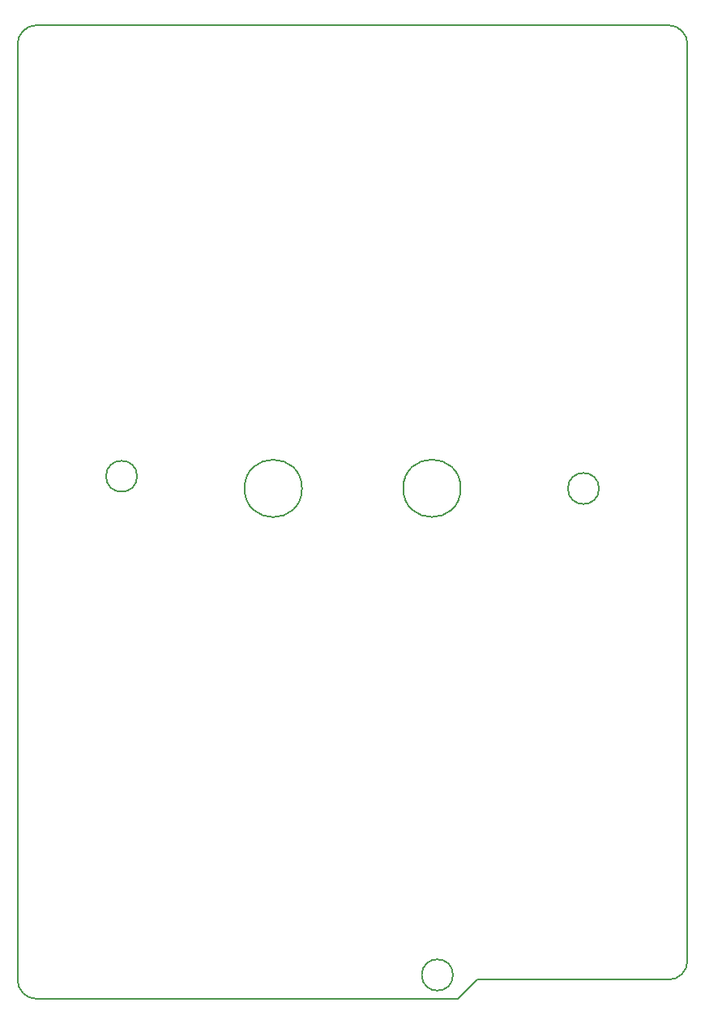
<source format=gm1>
%TF.GenerationSoftware,KiCad,Pcbnew,6.0.5-a6ca702e91~116~ubuntu20.04.1*%
%TF.CreationDate,2022-07-31T14:48:15+02:00*%
%TF.ProjectId,nucleo_expansion,6e75636c-656f-45f6-9578-70616e73696f,v1.0*%
%TF.SameCoordinates,Original*%
%TF.FileFunction,Profile,NP*%
%FSLAX46Y46*%
G04 Gerber Fmt 4.6, Leading zero omitted, Abs format (unit mm)*
G04 Created by KiCad (PCBNEW 6.0.5-a6ca702e91~116~ubuntu20.04.1) date 2022-07-31 14:48:15*
%MOMM*%
%LPD*%
G01*
G04 APERTURE LIST*
%TA.AperFunction,Profile*%
%ADD10C,0.150000*%
%TD*%
G04 APERTURE END LIST*
D10*
X198000000Y-20318414D02*
X132000000Y-20320000D01*
X159720000Y-68690000D02*
G75*
G03*
X159720000Y-68690000I-3000000J0D01*
G01*
X132000000Y-121997786D02*
X176000000Y-122000000D01*
X198000000Y-120000000D02*
G75*
G03*
X200000000Y-118000000I0J2000000D01*
G01*
X176000000Y-122000000D02*
X178000000Y-120000000D01*
X200000000Y-118000000D02*
X200000000Y-22318414D01*
X190750000Y-68700000D02*
G75*
G03*
X190750000Y-68700000I-1620000J0D01*
G01*
X130000000Y-119997786D02*
X130000000Y-22320000D01*
X142490000Y-67420000D02*
G75*
G03*
X142490000Y-67420000I-1620000J0D01*
G01*
X130000014Y-119997786D02*
G75*
G03*
X132000000Y-121997786I1999986J-14D01*
G01*
X178000000Y-120000000D02*
X198000000Y-120000000D01*
X176300000Y-68680000D02*
G75*
G03*
X176300000Y-68680000I-3000000J0D01*
G01*
X175500000Y-119500000D02*
G75*
G03*
X175500000Y-119500000I-1630000J0D01*
G01*
X132000000Y-20320000D02*
G75*
G03*
X130000000Y-22320000I0J-2000000D01*
G01*
X199999986Y-22318414D02*
G75*
G03*
X198000000Y-20318414I-1999986J14D01*
G01*
M02*

</source>
